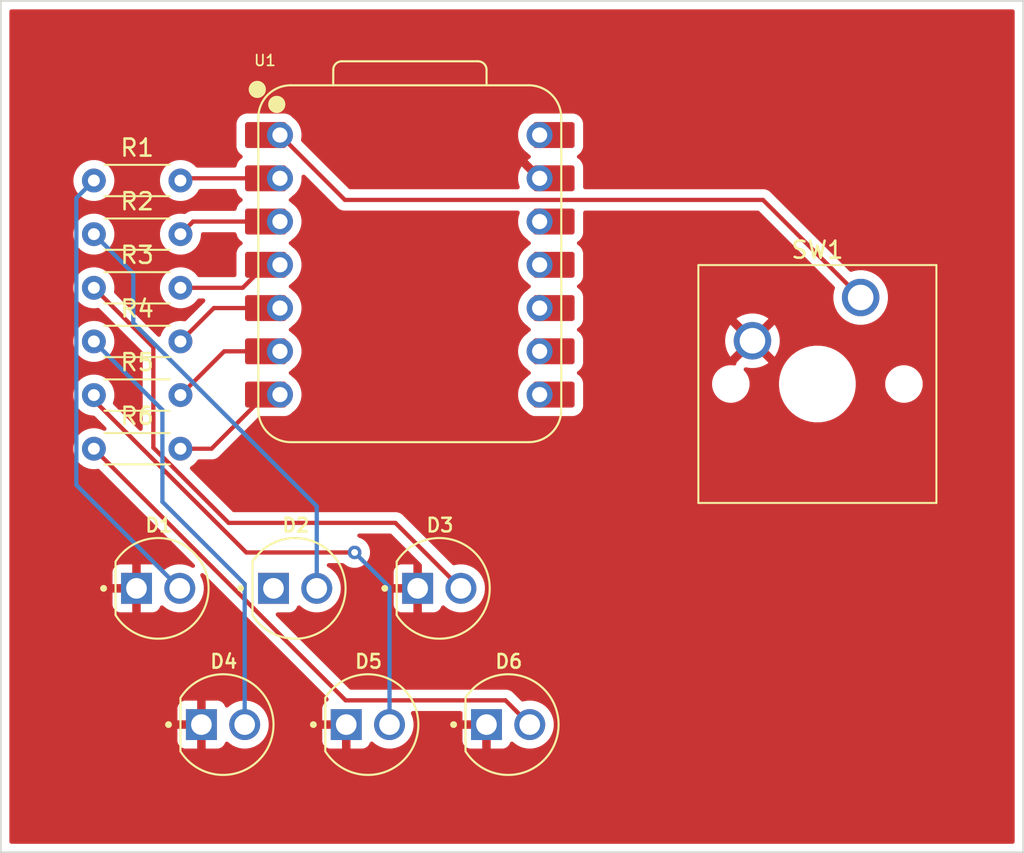
<source format=kicad_pcb>
(kicad_pcb (version 20241229) (generator "pcbnew") (generator_version "9.0")
  (layers (0 "F.Cu" signal) (2 "B.Cu" signal) (13 "F.Paste" user) (15 "B.Paste" user) (5 "F.SilkS" user "F.Silkscreen") (7 "B.SilkS" user "B.Silkscreen") (1 "F.Mask" user) (3 "B.Mask" user) (25 "Edge.Cuts" user))
  (net 0 "")
  (net 1 "LED1")
  (net 2 "Net-(D1-A)")
  (net 3 "Net-(D2-A)")
  (net 4 "LED2")
  (net 5 "Net-(D3-A)")
  (net 6 "LED3")
  (net 7 "Net-(D4-A)")
  (net 8 "LED4")
  (net 9 "LED5")
  (net 10 "Net-(D5-A)")
  (net 11 "Net-(D6-A)")
  (net 12 "LED6")
  (net 13 "BUTTON")
  (net 14 "GND")
  (footprint "Resistor_THT:R_Axial_DIN0204_L3.6mm_D1.6mm_P5.08mm_Horizontal" (layer "F.Cu") (at 151.96 80.05)
    (property "Reference" "R1" (at 2.54 -1.92 0) (layer "F.SilkS"))
    (property "Value" "R")
    (fp_line (start 0.62 -0.92) (end 4.46 -0.92) (stroke (width 0.12)) (layer "F.SilkS"))
    (fp_line (start 0.62 0.92) (end 4.46 0.92) (stroke (width 0.12)) (layer "F.SilkS"))
    (pad "1" thru_hole circle (at 0 0) (size 1.4 1.4) (drill 0.7) (layers "*.Cu" "*.Mask") (net 2 "Net-(D1-A)"))
    (pad "2" thru_hole circle (at 5.08 0) (size 1.4 1.4) (drill 0.7) (layers "*.Cu" "*.Mask") (net 1 "LED1"))
  )
  (footprint "EE Parts:XIAO-RP2040-DIP" (layer "F.Cu") (at 170.5 85)
    (property "Reference" "U1" (at -8.5 -12 0) (layer "F.SilkS") (effects (font (size 0.635 0.635) (thickness 0.1016))))
    (property "Value" "XIAO-RP2040-DIP")
    (fp_line (start -8.89 8.509) (end -8.89 -8.636) (stroke (width 0.127)) (layer "F.SilkS"))
    (fp_line (start -6.985 10.414) (end 6.985 10.414) (stroke (width 0.127)) (layer "F.SilkS"))
    (fp_line (start -4.495 -10.541) (end -4.491272 -11.451272) (stroke (width 0.127)) (layer "F.SilkS"))
    (fp_line (start -3.991272 -11.951) (end 4.004 -11.951) (stroke (width 0.127)) (layer "F.SilkS"))
    (fp_line (start 4.504 -11.451) (end 4.504 -10.541) (stroke (width 0.127)) (layer "F.SilkS"))
    (fp_line (start 6.985 -10.541) (end -6.985 -10.541) (stroke (width 0.1)) (layer "F.SilkS"))
    (fp_line (start 6.985 -10.541) (end -6.985 -10.541) (stroke (width 0.127)) (layer "F.SilkS"))
    (fp_line (start 8.89 8.509) (end 8.89 -8.636) (stroke (width 0.127)) (layer "F.SilkS"))
    (fp_arc (start -8.89 -8.636) (mid -8.332038 -9.983038) (end -6.985 -10.541) (stroke (width 0.127)) (layer "F.SilkS"))
    (fp_arc (start -6.985 10.414) (mid -8.332038 9.856038) (end -8.89 8.509) (stroke (width 0.127)) (layer "F.SilkS"))
    (fp_arc (start -4.491272 -11.451272) (mid -4.344728 -11.80464) (end -3.991272 -11.951) (stroke (width 0.127)) (layer "F.SilkS"))
    (fp_arc (start 4.004 -11.951) (mid 4.357553 -11.804553) (end 4.504 -11.451) (stroke (width 0.127)) (layer "F.SilkS"))
    (fp_arc (start 6.985 -10.541) (mid 8.332038 -9.983038) (end 8.89 -8.636) (stroke (width 0.127)) (layer "F.SilkS"))
    (fp_arc (start 8.89 8.509) (mid 8.332038 9.856038) (end 6.985 10.414) (stroke (width 0.127)) (layer "F.SilkS"))
    (fp_circle (center -8.95 -10.3) (end -8.95 -10.554) (stroke (width 0.5)) (fill yes) (layer "F.SilkS"))
    (fp_circle (center -7.807 -9.42) (end -7.807 -9.674) (stroke (width 0.5)) (fill yes) (layer "F.SilkS"))
    (pad "1" smd roundrect (at -8.455 -7.62 180) (size 2.432 1.524) (layers "F.Cu" "F.Mask") (roundrect_rratio 0.1) (net 13 "BUTTON"))
    (pad "1" thru_hole circle (at -7.62 -7.62 180) (size 1.524 1.524) (drill 0.889) (layers "*.Cu" "*.Mask") (net 13 "BUTTON"))
    (pad "2" smd roundrect (at -8.455 -5.08 180) (size 2.432 1.524) (layers "F.Cu" "F.Mask") (roundrect_rratio 0.1) (net 1 "LED1"))
    (pad "2" thru_hole circle (at -7.62 -5.08 180) (size 1.524 1.524) (drill 0.889) (layers "*.Cu" "*.Mask") (net 1 "LED1"))
    (pad "3" smd roundrect (at -8.455 -2.54 180) (size 2.432 1.524) (layers "F.Cu" "F.Mask") (roundrect_rratio 0.1) (net 4 "LED2"))
    (pad "3" thru_hole circle (at -7.62 -2.54 180) (size 1.524 1.524) (drill 0.889) (layers "*.Cu" "*.Mask") (net 4 "LED2"))
    (pad "4" smd roundrect (at -8.455 0 180) (size 2.432 1.524) (layers "F.Cu" "F.Mask") (roundrect_rratio 0.1) (net 6 "LED3"))
    (pad "4" thru_hole circle (at -7.62 0 180) (size 1.524 1.524) (drill 0.889) (layers "*.Cu" "*.Mask") (net 6 "LED3"))
    (pad "5" smd roundrect (at -8.455 2.54 180) (size 2.432 1.524) (layers "F.Cu" "F.Mask") (roundrect_rratio 0.1) (net 8 "LED4"))
    (pad "5" thru_hole circle (at -7.62 2.54 180) (size 1.524 1.524) (drill 0.889) (layers "*.Cu" "*.Mask") (net 8 "LED4"))
    (pad "6" smd roundrect (at -8.455 5.08 180) (size 2.432 1.524) (layers "F.Cu" "F.Mask") (roundrect_rratio 0.1) (net 9 "LED5"))
    (pad "6" thru_hole circle (at -7.62 5.08 180) (size 1.524 1.524) (drill 0.889) (layers "*.Cu" "*.Mask") (net 9 "LED5"))
    (pad "7" smd roundrect (at -8.455 7.62 180) (size 2.432 1.524) (layers "F.Cu" "F.Mask") (roundrect_rratio 0.1) (net 12 "LED6"))
    (pad "7" thru_hole circle (at -7.62 7.62 180) (size 1.524 1.524) (drill 0.889) (layers "*.Cu" "*.Mask") (net 12 "LED6"))
    (pad "8" thru_hole circle (at 7.62 7.62) (size 1.524 1.524) (drill 0.889) (layers "*.Cu" "*.Mask"))
    (pad "8" smd roundrect (at 8.455 7.62) (size 2.432 1.524) (layers "F.Cu" "F.Mask") (roundrect_rratio 0.1))
    (pad "9" thru_hole circle (at 7.62 5.08) (size 1.524 1.524) (drill 0.889) (layers "*.Cu" "*.Mask"))
    (pad "9" smd roundrect (at 8.455 5.08) (size 2.432 1.524) (layers "F.Cu" "F.Mask") (roundrect_rratio 0.1))
    (pad "10" thru_hole circle (at 7.62 2.54) (size 1.524 1.524) (drill 0.889) (layers "*.Cu" "*.Mask"))
    (pad "10" smd roundrect (at 8.455 2.54) (size 2.432 1.524) (layers "F.Cu" "F.Mask") (roundrect_rratio 0.1))
    (pad "11" thru_hole circle (at 7.62 0) (size 1.524 1.524) (drill 0.889) (layers "*.Cu" "*.Mask"))
    (pad "11" smd roundrect (at 8.455 0) (size 2.432 1.524) (layers "F.Cu" "F.Mask") (roundrect_rratio 0.1))
    (pad "12" thru_hole circle (at 7.62 -2.54) (size 1.524 1.524) (drill 0.889) (layers "*.Cu" "*.Mask"))
    (pad "12" smd roundrect (at 8.455 -2.54) (size 2.432 1.524) (layers "F.Cu" "F.Mask") (roundrect_rratio 0.1))
    (pad "13" thru_hole circle (at 7.62 -5.08) (size 1.524 1.524) (drill 0.889) (layers "*.Cu" "*.Mask") (net 14 "GND"))
    (pad "13" smd roundrect (at 8.455 -5.08) (size 2.432 1.524) (layers "F.Cu" "F.Mask") (roundrect_rratio 0.1) (net 14 "GND"))
    (pad "14" thru_hole circle (at 7.62 -7.62) (size 1.524 1.524) (drill 0.889) (layers "*.Cu" "*.Mask"))
    (pad "14" smd roundrect (at 8.455 -7.62) (size 2.432 1.524) (layers "F.Cu" "F.Mask") (roundrect_rratio 0.1))
  )
  (footprint "EE Parts:LEDRD254W57D500H1070" (layer "F.Cu") (at 163.77 104)
    (property "Reference" "D2" (at 0.04 -3.708 0) (layer "F.SilkS") (effects (font (size 0.8 0.8))))
    (property "Value" "LED")
    (fp_line (start -2.5 -1.566) (end -2.5 1.566) (stroke (width 0.127)) (layer "F.SilkS"))
    (fp_arc (start -2.5 -1.566) (mid 2.961291 0) (end -2.5 1.566) (stroke (width 0.127)) (layer "F.SilkS"))
    (fp_circle (center -3.2 0) (end -3.1 0) (stroke (width 0.2)) (fill no) (layer "F.SilkS"))
    (pad "1" thru_hole rect (at -1.27 0) (size 1.815 1.815) (drill 1.21) (layers "*.Cu" "*.Mask") (net 14 "GND"))
    (pad "2" thru_hole circle (at 1.27 0) (size 1.815 1.815) (drill 1.21) (layers "*.Cu" "*.Mask") (net 3 "Net-(D2-A)"))
  )
  (footprint "Resistor_THT:R_Axial_DIN0204_L3.6mm_D1.6mm_P5.08mm_Horizontal" (layer "F.Cu") (at 151.96 95.8)
    (property "Reference" "R6" (at 2.54 -1.92 0) (layer "F.SilkS"))
    (property "Value" "R")
    (fp_line (start 0.62 -0.92) (end 4.46 -0.92) (stroke (width 0.12)) (layer "F.SilkS"))
    (fp_line (start 0.62 0.92) (end 4.46 0.92) (stroke (width 0.12)) (layer "F.SilkS"))
    (pad "1" thru_hole circle (at 0 0) (size 1.4 1.4) (drill 0.7) (layers "*.Cu" "*.Mask") (net 11 "Net-(D6-A)"))
    (pad "2" thru_hole circle (at 5.08 0) (size 1.4 1.4) (drill 0.7) (layers "*.Cu" "*.Mask") (net 12 "LED6"))
  )
  (footprint "Resistor_THT:R_Axial_DIN0204_L3.6mm_D1.6mm_P5.08mm_Horizontal" (layer "F.Cu") (at 151.96 86.35)
    (property "Reference" "R3" (at 2.54 -1.92 0) (layer "F.SilkS"))
    (property "Value" "R")
    (fp_line (start 0.62 -0.92) (end 4.46 -0.92) (stroke (width 0.12)) (layer "F.SilkS"))
    (fp_line (start 0.62 0.92) (end 4.46 0.92) (stroke (width 0.12)) (layer "F.SilkS"))
    (pad "1" thru_hole circle (at 0 0) (size 1.4 1.4) (drill 0.7) (layers "*.Cu" "*.Mask") (net 5 "Net-(D3-A)"))
    (pad "2" thru_hole circle (at 5.08 0) (size 1.4 1.4) (drill 0.7) (layers "*.Cu" "*.Mask") (net 6 "LED3"))
  )
  (footprint "Button_Switch_Keyboard:SW_Cherry_MX_1.00u_PCB" (layer "F.Cu") (at 196.96 86.92)
    (property "Reference" "SW1" (at -2.54 -2.794 0) (layer "F.SilkS"))
    (property "Value" "SW_Push")
    (fp_line (start -9.525 -1.905) (end 4.445 -1.905) (stroke (width 0.12)) (layer "F.SilkS"))
    (fp_line (start -9.525 12.065) (end -9.525 -1.905) (stroke (width 0.12)) (layer "F.SilkS"))
    (fp_line (start 4.445 -1.905) (end 4.445 12.065) (stroke (width 0.12)) (layer "F.SilkS"))
    (fp_line (start 4.445 12.065) (end -9.525 12.065) (stroke (width 0.12)) (layer "F.SilkS"))
    (pad "" np_thru_hole circle (at -7.62 5.08) (size 1.7 1.7) (drill 1.7) (layers "*.Cu" "*.Mask"))
    (pad "" np_thru_hole circle (at -2.54 5.08) (size 4 4) (drill 4) (layers "*.Cu" "*.Mask"))
    (pad "" np_thru_hole circle (at 2.54 5.08) (size 1.7 1.7) (drill 1.7) (layers "*.Cu" "*.Mask"))
    (pad "1" thru_hole circle (at 0 0) (size 2.2 2.2) (drill 1.5) (layers "*.Cu" "*.Mask") (net 13 "BUTTON"))
    (pad "2" thru_hole circle (at -6.35 2.54) (size 2.2 2.2) (drill 1.5) (layers "*.Cu" "*.Mask") (net 14 "GND"))
  )
  (footprint "EE Parts:LEDRD254W57D500H1070" (layer "F.Cu") (at 155.73 104)
    (property "Reference" "D1" (at 0.04 -3.708 0) (layer "F.SilkS") (effects (font (size 0.8 0.8))))
    (property "Value" "LED")
    (fp_line (start -2.5 -1.566) (end -2.5 1.566) (stroke (width 0.127)) (layer "F.SilkS"))
    (fp_arc (start -2.5 -1.566) (mid 2.961291 0) (end -2.5 1.566) (stroke (width 0.127)) (layer "F.SilkS"))
    (fp_circle (center -3.2 0) (end -3.1 0) (stroke (width 0.2)) (fill no) (layer "F.SilkS"))
    (pad "1" thru_hole rect (at -1.27 0) (size 1.815 1.815) (drill 1.21) (layers "*.Cu" "*.Mask") (net 14 "GND"))
    (pad "2" thru_hole circle (at 1.27 0) (size 1.815 1.815) (drill 1.21) (layers "*.Cu" "*.Mask") (net 2 "Net-(D1-A)"))
  )
  (footprint "EE Parts:LEDRD254W57D500H1070" (layer "F.Cu") (at 172.23 104)
    (property "Reference" "D3" (at 0.04 -3.708 0) (layer "F.SilkS") (effects (font (size 0.8 0.8))))
    (property "Value" "LED")
    (fp_line (start -2.5 -1.566) (end -2.5 1.566) (stroke (width 0.127)) (layer "F.SilkS"))
    (fp_arc (start -2.5 -1.566) (mid 2.961291 0) (end -2.5 1.566) (stroke (width 0.127)) (layer "F.SilkS"))
    (fp_circle (center -3.2 0) (end -3.1 0) (stroke (width 0.2)) (fill no) (layer "F.SilkS"))
    (pad "1" thru_hole rect (at -1.27 0) (size 1.815 1.815) (drill 1.21) (layers "*.Cu" "*.Mask") (net 14 "GND"))
    (pad "2" thru_hole circle (at 1.27 0) (size 1.815 1.815) (drill 1.21) (layers "*.Cu" "*.Mask") (net 5 "Net-(D3-A)"))
  )
  (footprint "EE Parts:LEDRD254W57D500H1070" (layer "F.Cu") (at 176.27 112)
    (property "Reference" "D6" (at 0.04 -3.708 0) (layer "F.SilkS") (effects (font (size 0.8 0.8))))
    (property "Value" "LED")
    (fp_line (start -2.5 -1.566) (end -2.5 1.566) (stroke (width 0.127)) (layer "F.SilkS"))
    (fp_arc (start -2.5 -1.566) (mid 2.961291 0) (end -2.5 1.566) (stroke (width 0.127)) (layer "F.SilkS"))
    (fp_circle (center -3.2 0) (end -3.1 0) (stroke (width 0.2)) (fill no) (layer "F.SilkS"))
    (pad "1" thru_hole rect (at -1.27 0) (size 1.815 1.815) (drill 1.21) (layers "*.Cu" "*.Mask") (net 14 "GND"))
    (pad "2" thru_hole circle (at 1.27 0) (size 1.815 1.815) (drill 1.21) (layers "*.Cu" "*.Mask") (net 11 "Net-(D6-A)"))
  )
  (footprint "EE Parts:LEDRD254W57D500H1070" (layer "F.Cu") (at 159.54 112)
    (property "Reference" "D4" (at 0.04 -3.708 0) (layer "F.SilkS") (effects (font (size 0.8 0.8))))
    (property "Value" "LED")
    (fp_line (start -2.5 -1.566) (end -2.5 1.566) (stroke (width 0.127)) (layer "F.SilkS"))
    (fp_arc (start -2.5 -1.566) (mid 2.961291 0) (end -2.5 1.566) (stroke (width 0.127)) (layer "F.SilkS"))
    (fp_circle (center -3.2 0) (end -3.1 0) (stroke (width 0.2)) (fill no) (layer "F.SilkS"))
    (pad "1" thru_hole rect (at -1.27 0) (size 1.815 1.815) (drill 1.21) (layers "*.Cu" "*.Mask") (net 14 "GND"))
    (pad "2" thru_hole circle (at 1.27 0) (size 1.815 1.815) (drill 1.21) (layers "*.Cu" "*.Mask") (net 7 "Net-(D4-A)"))
  )
  (footprint "Resistor_THT:R_Axial_DIN0204_L3.6mm_D1.6mm_P5.08mm_Horizontal" (layer "F.Cu") (at 151.96 92.65)
    (property "Reference" "R5" (at 2.54 -1.92 0) (layer "F.SilkS"))
    (property "Value" "R")
    (fp_line (start 0.62 -0.92) (end 4.46 -0.92) (stroke (width 0.12)) (layer "F.SilkS"))
    (fp_line (start 0.62 0.92) (end 4.46 0.92) (stroke (width 0.12)) (layer "F.SilkS"))
    (pad "1" thru_hole circle (at 0 0) (size 1.4 1.4) (drill 0.7) (layers "*.Cu" "*.Mask") (net 10 "Net-(D5-A)"))
    (pad "2" thru_hole circle (at 5.08 0) (size 1.4 1.4) (drill 0.7) (layers "*.Cu" "*.Mask") (net 9 "LED5"))
  )
  (footprint "EE Parts:LEDRD254W57D500H1070" (layer "F.Cu") (at 168.04 112)
    (property "Reference" "D5" (at 0.04 -3.708 0) (layer "F.SilkS") (effects (font (size 0.8 0.8))))
    (property "Value" "LED")
    (fp_line (start -2.5 -1.566) (end -2.5 1.566) (stroke (width 0.127)) (layer "F.SilkS"))
    (fp_arc (start -2.5 -1.566) (mid 2.961291 0) (end -2.5 1.566) (stroke (width 0.127)) (layer "F.SilkS"))
    (fp_circle (center -3.2 0) (end -3.1 0) (stroke (width 0.2)) (fill no) (layer "F.SilkS"))
    (pad "1" thru_hole rect (at -1.27 0) (size 1.815 1.815) (drill 1.21) (layers "*.Cu" "*.Mask") (net 14 "GND"))
    (pad "2" thru_hole circle (at 1.27 0) (size 1.815 1.815) (drill 1.21) (layers "*.Cu" "*.Mask") (net 10 "Net-(D5-A)"))
  )
  (footprint "Resistor_THT:R_Axial_DIN0204_L3.6mm_D1.6mm_P5.08mm_Horizontal" (layer "F.Cu") (at 151.96 83.2)
    (property "Reference" "R2" (at 2.54 -1.92 0) (layer "F.SilkS"))
    (property "Value" "R")
    (fp_line (start 0.62 -0.92) (end 4.46 -0.92) (stroke (width 0.12)) (layer "F.SilkS"))
    (fp_line (start 0.62 0.92) (end 4.46 0.92) (stroke (width 0.12)) (layer "F.SilkS"))
    (pad "1" thru_hole circle (at 0 0) (size 1.4 1.4) (drill 0.7) (layers "*.Cu" "*.Mask") (net 3 "Net-(D2-A)"))
    (pad "2" thru_hole circle (at 5.08 0) (size 1.4 1.4) (drill 0.7) (layers "*.Cu" "*.Mask") (net 4 "LED2"))
  )
  (footprint "Resistor_THT:R_Axial_DIN0204_L3.6mm_D1.6mm_P5.08mm_Horizontal" (layer "F.Cu") (at 151.96 89.5)
    (property "Reference" "R4" (at 2.54 -1.92 0) (layer "F.SilkS"))
    (property "Value" "R")
    (fp_line (start 0.62 -0.92) (end 4.46 -0.92) (stroke (width 0.12)) (layer "F.SilkS"))
    (fp_line (start 0.62 0.92) (end 4.46 0.92) (stroke (width 0.12)) (layer "F.SilkS"))
    (pad "1" thru_hole circle (at 0 0) (size 1.4 1.4) (drill 0.7) (layers "*.Cu" "*.Mask") (net 7 "Net-(D4-A)"))
    (pad "2" thru_hole circle (at 5.08 0) (size 1.4 1.4) (drill 0.7) (layers "*.Cu" "*.Mask") (net 8 "LED4"))
  )
  (gr_rect (start 146.5 69.5) (end 206.5 119.5) (stroke (width 0.1)) (fill no) (layer "Edge.Cuts"))
  (segment (start 162.88 79.92) (end 162.045 79.92) (width 0.25) (layer "F.Cu") (net 1))
  (segment (start 157.17 79.92) (end 157.04 80.05) (width 0.25) (layer "F.Cu") (net 1))
  (segment (start 162.045 79.92) (end 157.17 79.92) (width 0.25) (layer "F.Cu") (net 1))
  (segment (start 151.96 80.05) (end 150.93 81.0804) (width 0.25) (layer "B.Cu") (net 2))
  (segment (start 150.93 81.0804) (end 150.93 97.9296) (width 0.25) (layer "B.Cu") (net 2))
  (segment (start 150.93 97.9296) (end 157 104) (width 0.25) (layer "B.Cu") (net 2))
  (segment (start 165.04 104) (end 165.04 99.179) (width 0.25) (layer "B.Cu") (net 3))
  (segment (start 165.04 99.179) (end 154.272 88.4109) (width 0.25) (layer "B.Cu") (net 3))
  (segment (start 154.272 85.5119) (end 151.96 83.2) (width 0.25) (layer "B.Cu") (net 3))
  (segment (start 154.272 88.4109) (end 154.272 85.5119) (width 0.25) (layer "B.Cu") (net 3))
  (segment (start 162.88 82.46) (end 162.045 82.46) (width 0.25) (layer "F.Cu") (net 4))
  (segment (start 162.045 82.46) (end 157.78 82.46) (width 0.25) (layer "F.Cu") (net 4))
  (segment (start 157.78 82.46) (end 157.04 83.2) (width 0.25) (layer "F.Cu") (net 4))
  (segment (start 155.45 95.737) (end 155.45 89.84) (width 0.25) (layer "F.Cu") (net 5))
  (segment (start 169.653 100.153) (end 159.866 100.153) (width 0.25) (layer "F.Cu") (net 5))
  (segment (start 159.866 100.153) (end 155.45 95.737) (width 0.25) (layer "F.Cu") (net 5))
  (segment (start 155.45 89.84) (end 151.96 86.35) (width 0.25) (layer "F.Cu") (net 5))
  (segment (start 173.5 104) (end 169.653 100.153) (width 0.25) (layer "F.Cu") (net 5))
  (segment (start 157.04 86.35) (end 160.695 86.35) (width 0.25) (layer "F.Cu") (net 6))
  (segment (start 160.695 86.35) (end 162.045 85) (width 0.25) (layer "F.Cu") (net 6))
  (segment (start 162.045 85) (end 162.88 85) (width 0.25) (layer "F.Cu") (net 6))
  (segment (start 160.81 103.745) (end 155.982 98.9176) (width 0.25) (layer "B.Cu") (net 7))
  (segment (start 160.81 112) (end 160.81 103.745) (width 0.25) (layer "B.Cu") (net 7))
  (segment (start 155.982 93.5224) (end 151.96 89.5) (width 0.25) (layer "B.Cu") (net 7))
  (segment (start 155.982 98.9176) (end 155.982 93.5224) (width 0.25) (layer "B.Cu") (net 7))
  (segment (start 162.045 87.54) (end 159 87.54) (width 0.25) (layer "F.Cu") (net 8))
  (segment (start 159 87.54) (end 157.04 89.5) (width 0.25) (layer "F.Cu") (net 8))
  (segment (start 162.88 87.54) (end 162.045 87.54) (width 0.25) (layer "F.Cu") (net 8))
  (segment (start 162.88 90.08) (end 162.045 90.08) (width 0.25) (layer "F.Cu") (net 9))
  (segment (start 162.045 90.08) (end 159.61 90.08) (width 0.25) (layer "F.Cu") (net 9))
  (segment (start 159.61 90.08) (end 157.04 92.65) (width 0.25) (layer "F.Cu") (net 9))
  (segment (start 151.96 92.65) (end 151.96 92.9498) (width 0.25) (layer "F.Cu") (net 10))
  (segment (start 160.902 101.892) (end 167.262 101.892) (width 0.25) (layer "F.Cu") (net 10))
  (segment (start 151.96 92.9498) (end 160.902 101.892) (width 0.25) (layer "F.Cu") (net 10))
  (via (at 167.262 101.892) (size 0.8) (drill 0.4) (layers "F.Cu" "B.Cu") (net 10))
  (segment (start 167.262 101.892) (end 169.31 103.94) (width 0.25) (layer "B.Cu") (net 10))
  (segment (start 169.31 103.94) (end 169.31 112) (width 0.25) (layer "B.Cu") (net 10))
  (segment (start 151.96 95.8) (end 166.736 110.576) (width 0.25) (layer "F.Cu") (net 11))
  (segment (start 166.736 110.576) (end 176.116 110.576) (width 0.25) (layer "F.Cu") (net 11))
  (segment (start 176.116 110.576) (end 177.54 112) (width 0.25) (layer "F.Cu") (net 11))
  (segment (start 158.865 95.8) (end 162.045 92.62) (width 0.25) (layer "F.Cu") (net 12))
  (segment (start 157.04 95.8) (end 158.865 95.8) (width 0.25) (layer "F.Cu") (net 12))
  (segment (start 162.88 92.62) (end 162.045 92.62) (width 0.25) (layer "F.Cu") (net 12))
  (segment (start 166.69 81.19) (end 162.88 77.38) (width 0.25) (layer "F.Cu") (net 13))
  (segment (start 162.88 77.38) (end 162.045 77.38) (width 0.25) (layer "F.Cu") (net 13))
  (segment (start 196.96 86.92) (end 191.23 81.19) (width 0.25) (layer "F.Cu") (net 13))
  (segment (start 191.23 81.19) (end 166.69 81.19) (width 0.25) (layer "F.Cu") (net 13))
  (zone (net 14) (net_name "GND") (layer "F.Cu") (connect_pads (clearance 0.5)) (min_thickness 0.25) (fill yes (thermal_gap 0.5) (thermal_bridge_width 0.5))
    (polygon (pts (xy 147 70) (xy 206 70) (xy 206 119) (xy 147 119)))
  )
)
</source>
